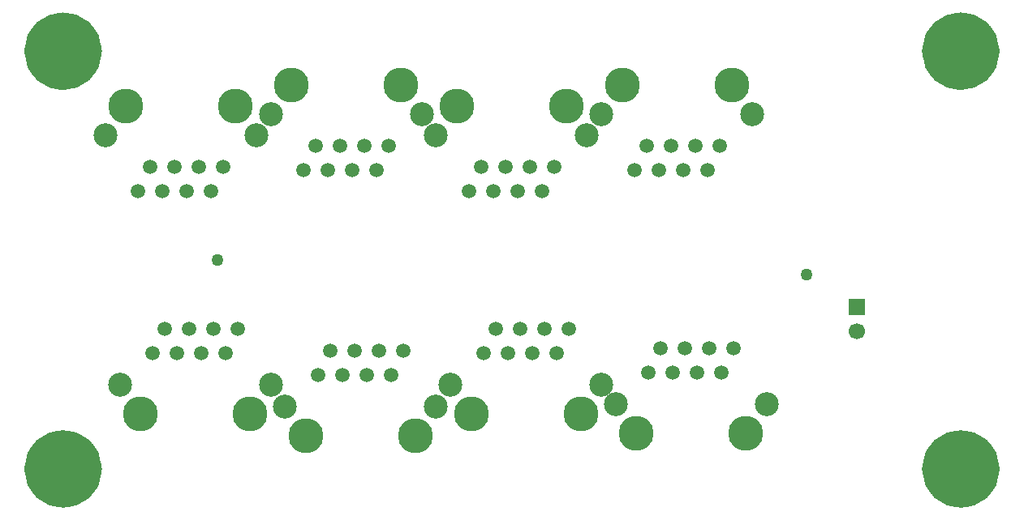
<source format=gbr>
%TF.GenerationSoftware,KiCad,Pcbnew,9.0.2*%
%TF.CreationDate,2025-05-19T01:03:43-04:00*%
%TF.ProjectId,DarkQuest_A5202_Adapter,4461726b-5175-4657-9374-5f4135323032,1*%
%TF.SameCoordinates,Original*%
%TF.FileFunction,Soldermask,Top*%
%TF.FilePolarity,Negative*%
%FSLAX46Y46*%
G04 Gerber Fmt 4.6, Leading zero omitted, Abs format (unit mm)*
G04 Created by KiCad (PCBNEW 9.0.2) date 2025-05-19 01:03:43*
%MOMM*%
%LPD*%
G01*
G04 APERTURE LIST*
%ADD10C,4.040000*%
%ADD11C,2.500000*%
%ADD12C,1.500000*%
%ADD13C,3.650000*%
%ADD14C,1.270000*%
%ADD15R,1.700000X1.700000*%
%ADD16C,1.700000*%
G04 APERTURE END LIST*
D10*
X58985903Y-105945697D02*
G75*
G02*
X54945903Y-105945697I-2020000J0D01*
G01*
X54945903Y-105945697D02*
G75*
G02*
X58985903Y-105945697I2020000J0D01*
G01*
X152651697Y-62279903D02*
G75*
G02*
X148611697Y-62279903I-2020000J0D01*
G01*
X148611697Y-62279903D02*
G75*
G02*
X152651697Y-62279903I2020000J0D01*
G01*
X152651697Y-105945697D02*
G75*
G02*
X148611697Y-105945697I-2020000J0D01*
G01*
X148611697Y-105945697D02*
G75*
G02*
X152651697Y-105945697I2020000J0D01*
G01*
X58986255Y-62280255D02*
G75*
G02*
X54946255Y-62280255I-2020000J0D01*
G01*
X54946255Y-62280255D02*
G75*
G02*
X58986255Y-62280255I2020000J0D01*
G01*
D11*
%TO.C,J2*%
X61375000Y-71100000D03*
X77125000Y-71100000D03*
D12*
X64805000Y-76940000D03*
X66075000Y-74400000D03*
X67345000Y-76940000D03*
X68615000Y-74400000D03*
X69885000Y-76940000D03*
X71155000Y-74400000D03*
X72425000Y-76940000D03*
X73695000Y-74400000D03*
D13*
X63535000Y-68050000D03*
X74965000Y-68050000D03*
%TD*%
%TO.C,J3*%
X65035000Y-100200000D03*
X76465000Y-100200000D03*
D12*
X66305000Y-93850000D03*
X67575000Y-91310000D03*
X68845000Y-93850000D03*
X70115000Y-91310000D03*
X71385000Y-93850000D03*
X72655000Y-91310000D03*
X73925000Y-93850000D03*
X75195000Y-91310000D03*
D11*
X62875000Y-97150000D03*
X78625000Y-97150000D03*
%TD*%
D13*
%TO.C,J4*%
X92215000Y-65800000D03*
X80785000Y-65800000D03*
D12*
X90945000Y-72150000D03*
X89675000Y-74690000D03*
X88405000Y-72150000D03*
X87135000Y-74690000D03*
X85865000Y-72150000D03*
X84595000Y-74690000D03*
X83325000Y-72150000D03*
X82055000Y-74690000D03*
D11*
X94375000Y-68850000D03*
X78625000Y-68850000D03*
%TD*%
D13*
%TO.C,J5*%
X82285000Y-102450000D03*
X93715000Y-102450000D03*
D12*
X83555000Y-96100000D03*
X84825000Y-93560000D03*
X86095000Y-96100000D03*
X87365000Y-93560000D03*
X88635000Y-96100000D03*
X89905000Y-93560000D03*
X91175000Y-96100000D03*
X92445000Y-93560000D03*
D11*
X80125000Y-99400000D03*
X95875000Y-99400000D03*
%TD*%
D13*
%TO.C,J6*%
X109465000Y-68050000D03*
X98035000Y-68050000D03*
D12*
X108195000Y-74400000D03*
X106925000Y-76940000D03*
X105655000Y-74400000D03*
X104385000Y-76940000D03*
X103115000Y-74400000D03*
X101845000Y-76940000D03*
X100575000Y-74400000D03*
X99305000Y-76940000D03*
D11*
X111625000Y-71100000D03*
X95875000Y-71100000D03*
%TD*%
D13*
%TO.C,J7*%
X99535000Y-100200000D03*
X110965000Y-100200000D03*
D12*
X100805000Y-93850000D03*
X102075000Y-91310000D03*
X103345000Y-93850000D03*
X104615000Y-91310000D03*
X105885000Y-93850000D03*
X107155000Y-91310000D03*
X108425000Y-93850000D03*
X109695000Y-91310000D03*
D11*
X97375000Y-97150000D03*
X113125000Y-97150000D03*
%TD*%
D13*
%TO.C,J8*%
X126715000Y-65800000D03*
X115285000Y-65800000D03*
D12*
X125445000Y-72150000D03*
X124175000Y-74690000D03*
X122905000Y-72150000D03*
X121635000Y-74690000D03*
X120365000Y-72150000D03*
X119095000Y-74690000D03*
X117825000Y-72150000D03*
X116555000Y-74690000D03*
D11*
X128875000Y-68850000D03*
X113125000Y-68850000D03*
%TD*%
D13*
%TO.C,J9*%
X116785000Y-102200000D03*
X128215000Y-102200000D03*
D12*
X118055000Y-95850000D03*
X119325000Y-93310000D03*
X120595000Y-95850000D03*
X121865000Y-93310000D03*
X123135000Y-95850000D03*
X124405000Y-93310000D03*
X125675000Y-95850000D03*
X126945000Y-93310000D03*
D11*
X114625000Y-99150000D03*
X130375000Y-99150000D03*
%TD*%
D14*
%TO.C,J1*%
X73100000Y-84114000D03*
X134500000Y-85614000D03*
%TD*%
D15*
%TO.C,J18*%
X139750000Y-88975000D03*
D16*
X139750000Y-91515000D03*
%TD*%
M02*

</source>
